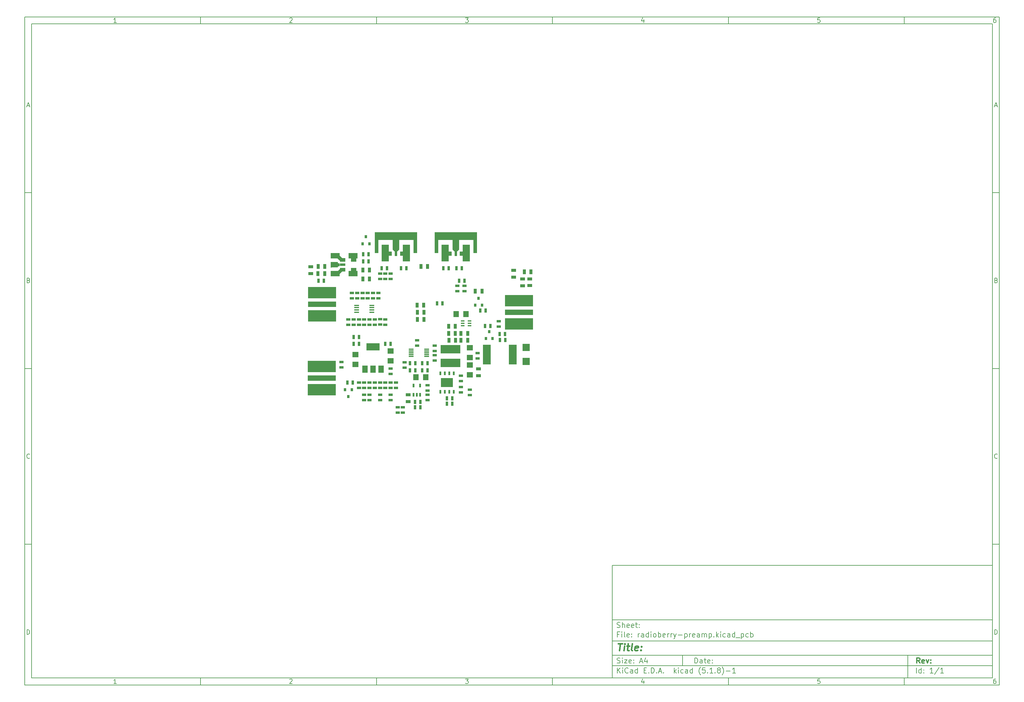
<source format=gtp>
%TF.GenerationSoftware,KiCad,Pcbnew,(5.1.8)-1*%
%TF.CreationDate,2020-12-20T16:15:32+01:00*%
%TF.ProjectId,radioberry-preamp,72616469-6f62-4657-9272-792d70726561,rev?*%
%TF.SameCoordinates,Original*%
%TF.FileFunction,Paste,Top*%
%TF.FilePolarity,Positive*%
%FSLAX46Y46*%
G04 Gerber Fmt 4.6, Leading zero omitted, Abs format (unit mm)*
G04 Created by KiCad (PCBNEW (5.1.8)-1) date 2020-12-20 16:15:32*
%MOMM*%
%LPD*%
G01*
G04 APERTURE LIST*
%ADD10C,0.100000*%
%ADD11C,0.150000*%
%ADD12C,0.300000*%
%ADD13C,0.400000*%
%ADD14R,1.143000X0.635000*%
%ADD15R,0.635000X1.143000*%
%ADD16R,2.000000X1.650000*%
%ADD17R,1.650000X1.015000*%
%ADD18R,1.650000X0.760000*%
%ADD19R,2.540000X1.650000*%
%ADD20R,1.397000X0.889000*%
%ADD21R,0.889000X1.397000*%
%ADD22R,1.500000X2.000000*%
%ADD23R,3.800000X2.000000*%
%ADD24R,1.800000X1.600000*%
%ADD25R,1.600000X1.800000*%
%ADD26R,8.000000X3.300000*%
%ADD27R,8.000000X1.600000*%
%ADD28R,1.000000X0.400000*%
%ADD29R,1.400000X0.300000*%
%ADD30R,1.350000X0.400000*%
%ADD31R,0.600000X1.050000*%
%ADD32R,3.500000X2.600000*%
%ADD33R,0.510000X1.100000*%
%ADD34R,1.900000X4.280000*%
%ADD35R,0.700000X1.400000*%
%ADD36R,0.900000X1.250000*%
%ADD37R,1.000000X4.000000*%
%ADD38R,2.000000X4.800000*%
%ADD39R,12.000000X2.200000*%
%ADD40R,0.800000X0.900000*%
%ADD41R,5.700000X2.400000*%
%ADD42R,2.300000X5.600000*%
%ADD43R,2.100000X2.000000*%
G04 APERTURE END LIST*
D10*
D11*
X177002200Y-166007200D02*
X177002200Y-198007200D01*
X285002200Y-198007200D01*
X285002200Y-166007200D01*
X177002200Y-166007200D01*
D10*
D11*
X10000000Y-10000000D02*
X10000000Y-200007200D01*
X287002200Y-200007200D01*
X287002200Y-10000000D01*
X10000000Y-10000000D01*
D10*
D11*
X12000000Y-12000000D02*
X12000000Y-198007200D01*
X285002200Y-198007200D01*
X285002200Y-12000000D01*
X12000000Y-12000000D01*
D10*
D11*
X60000000Y-12000000D02*
X60000000Y-10000000D01*
D10*
D11*
X110000000Y-12000000D02*
X110000000Y-10000000D01*
D10*
D11*
X160000000Y-12000000D02*
X160000000Y-10000000D01*
D10*
D11*
X210000000Y-12000000D02*
X210000000Y-10000000D01*
D10*
D11*
X260000000Y-12000000D02*
X260000000Y-10000000D01*
D10*
D11*
X36065476Y-11588095D02*
X35322619Y-11588095D01*
X35694047Y-11588095D02*
X35694047Y-10288095D01*
X35570238Y-10473809D01*
X35446428Y-10597619D01*
X35322619Y-10659523D01*
D10*
D11*
X85322619Y-10411904D02*
X85384523Y-10350000D01*
X85508333Y-10288095D01*
X85817857Y-10288095D01*
X85941666Y-10350000D01*
X86003571Y-10411904D01*
X86065476Y-10535714D01*
X86065476Y-10659523D01*
X86003571Y-10845238D01*
X85260714Y-11588095D01*
X86065476Y-11588095D01*
D10*
D11*
X135260714Y-10288095D02*
X136065476Y-10288095D01*
X135632142Y-10783333D01*
X135817857Y-10783333D01*
X135941666Y-10845238D01*
X136003571Y-10907142D01*
X136065476Y-11030952D01*
X136065476Y-11340476D01*
X136003571Y-11464285D01*
X135941666Y-11526190D01*
X135817857Y-11588095D01*
X135446428Y-11588095D01*
X135322619Y-11526190D01*
X135260714Y-11464285D01*
D10*
D11*
X185941666Y-10721428D02*
X185941666Y-11588095D01*
X185632142Y-10226190D02*
X185322619Y-11154761D01*
X186127380Y-11154761D01*
D10*
D11*
X236003571Y-10288095D02*
X235384523Y-10288095D01*
X235322619Y-10907142D01*
X235384523Y-10845238D01*
X235508333Y-10783333D01*
X235817857Y-10783333D01*
X235941666Y-10845238D01*
X236003571Y-10907142D01*
X236065476Y-11030952D01*
X236065476Y-11340476D01*
X236003571Y-11464285D01*
X235941666Y-11526190D01*
X235817857Y-11588095D01*
X235508333Y-11588095D01*
X235384523Y-11526190D01*
X235322619Y-11464285D01*
D10*
D11*
X285941666Y-10288095D02*
X285694047Y-10288095D01*
X285570238Y-10350000D01*
X285508333Y-10411904D01*
X285384523Y-10597619D01*
X285322619Y-10845238D01*
X285322619Y-11340476D01*
X285384523Y-11464285D01*
X285446428Y-11526190D01*
X285570238Y-11588095D01*
X285817857Y-11588095D01*
X285941666Y-11526190D01*
X286003571Y-11464285D01*
X286065476Y-11340476D01*
X286065476Y-11030952D01*
X286003571Y-10907142D01*
X285941666Y-10845238D01*
X285817857Y-10783333D01*
X285570238Y-10783333D01*
X285446428Y-10845238D01*
X285384523Y-10907142D01*
X285322619Y-11030952D01*
D10*
D11*
X60000000Y-198007200D02*
X60000000Y-200007200D01*
D10*
D11*
X110000000Y-198007200D02*
X110000000Y-200007200D01*
D10*
D11*
X160000000Y-198007200D02*
X160000000Y-200007200D01*
D10*
D11*
X210000000Y-198007200D02*
X210000000Y-200007200D01*
D10*
D11*
X260000000Y-198007200D02*
X260000000Y-200007200D01*
D10*
D11*
X36065476Y-199595295D02*
X35322619Y-199595295D01*
X35694047Y-199595295D02*
X35694047Y-198295295D01*
X35570238Y-198481009D01*
X35446428Y-198604819D01*
X35322619Y-198666723D01*
D10*
D11*
X85322619Y-198419104D02*
X85384523Y-198357200D01*
X85508333Y-198295295D01*
X85817857Y-198295295D01*
X85941666Y-198357200D01*
X86003571Y-198419104D01*
X86065476Y-198542914D01*
X86065476Y-198666723D01*
X86003571Y-198852438D01*
X85260714Y-199595295D01*
X86065476Y-199595295D01*
D10*
D11*
X135260714Y-198295295D02*
X136065476Y-198295295D01*
X135632142Y-198790533D01*
X135817857Y-198790533D01*
X135941666Y-198852438D01*
X136003571Y-198914342D01*
X136065476Y-199038152D01*
X136065476Y-199347676D01*
X136003571Y-199471485D01*
X135941666Y-199533390D01*
X135817857Y-199595295D01*
X135446428Y-199595295D01*
X135322619Y-199533390D01*
X135260714Y-199471485D01*
D10*
D11*
X185941666Y-198728628D02*
X185941666Y-199595295D01*
X185632142Y-198233390D02*
X185322619Y-199161961D01*
X186127380Y-199161961D01*
D10*
D11*
X236003571Y-198295295D02*
X235384523Y-198295295D01*
X235322619Y-198914342D01*
X235384523Y-198852438D01*
X235508333Y-198790533D01*
X235817857Y-198790533D01*
X235941666Y-198852438D01*
X236003571Y-198914342D01*
X236065476Y-199038152D01*
X236065476Y-199347676D01*
X236003571Y-199471485D01*
X235941666Y-199533390D01*
X235817857Y-199595295D01*
X235508333Y-199595295D01*
X235384523Y-199533390D01*
X235322619Y-199471485D01*
D10*
D11*
X285941666Y-198295295D02*
X285694047Y-198295295D01*
X285570238Y-198357200D01*
X285508333Y-198419104D01*
X285384523Y-198604819D01*
X285322619Y-198852438D01*
X285322619Y-199347676D01*
X285384523Y-199471485D01*
X285446428Y-199533390D01*
X285570238Y-199595295D01*
X285817857Y-199595295D01*
X285941666Y-199533390D01*
X286003571Y-199471485D01*
X286065476Y-199347676D01*
X286065476Y-199038152D01*
X286003571Y-198914342D01*
X285941666Y-198852438D01*
X285817857Y-198790533D01*
X285570238Y-198790533D01*
X285446428Y-198852438D01*
X285384523Y-198914342D01*
X285322619Y-199038152D01*
D10*
D11*
X10000000Y-60000000D02*
X12000000Y-60000000D01*
D10*
D11*
X10000000Y-110000000D02*
X12000000Y-110000000D01*
D10*
D11*
X10000000Y-160000000D02*
X12000000Y-160000000D01*
D10*
D11*
X10690476Y-35216666D02*
X11309523Y-35216666D01*
X10566666Y-35588095D02*
X11000000Y-34288095D01*
X11433333Y-35588095D01*
D10*
D11*
X11092857Y-84907142D02*
X11278571Y-84969047D01*
X11340476Y-85030952D01*
X11402380Y-85154761D01*
X11402380Y-85340476D01*
X11340476Y-85464285D01*
X11278571Y-85526190D01*
X11154761Y-85588095D01*
X10659523Y-85588095D01*
X10659523Y-84288095D01*
X11092857Y-84288095D01*
X11216666Y-84350000D01*
X11278571Y-84411904D01*
X11340476Y-84535714D01*
X11340476Y-84659523D01*
X11278571Y-84783333D01*
X11216666Y-84845238D01*
X11092857Y-84907142D01*
X10659523Y-84907142D01*
D10*
D11*
X11402380Y-135464285D02*
X11340476Y-135526190D01*
X11154761Y-135588095D01*
X11030952Y-135588095D01*
X10845238Y-135526190D01*
X10721428Y-135402380D01*
X10659523Y-135278571D01*
X10597619Y-135030952D01*
X10597619Y-134845238D01*
X10659523Y-134597619D01*
X10721428Y-134473809D01*
X10845238Y-134350000D01*
X11030952Y-134288095D01*
X11154761Y-134288095D01*
X11340476Y-134350000D01*
X11402380Y-134411904D01*
D10*
D11*
X10659523Y-185588095D02*
X10659523Y-184288095D01*
X10969047Y-184288095D01*
X11154761Y-184350000D01*
X11278571Y-184473809D01*
X11340476Y-184597619D01*
X11402380Y-184845238D01*
X11402380Y-185030952D01*
X11340476Y-185278571D01*
X11278571Y-185402380D01*
X11154761Y-185526190D01*
X10969047Y-185588095D01*
X10659523Y-185588095D01*
D10*
D11*
X287002200Y-60000000D02*
X285002200Y-60000000D01*
D10*
D11*
X287002200Y-110000000D02*
X285002200Y-110000000D01*
D10*
D11*
X287002200Y-160000000D02*
X285002200Y-160000000D01*
D10*
D11*
X285692676Y-35216666D02*
X286311723Y-35216666D01*
X285568866Y-35588095D02*
X286002200Y-34288095D01*
X286435533Y-35588095D01*
D10*
D11*
X286095057Y-84907142D02*
X286280771Y-84969047D01*
X286342676Y-85030952D01*
X286404580Y-85154761D01*
X286404580Y-85340476D01*
X286342676Y-85464285D01*
X286280771Y-85526190D01*
X286156961Y-85588095D01*
X285661723Y-85588095D01*
X285661723Y-84288095D01*
X286095057Y-84288095D01*
X286218866Y-84350000D01*
X286280771Y-84411904D01*
X286342676Y-84535714D01*
X286342676Y-84659523D01*
X286280771Y-84783333D01*
X286218866Y-84845238D01*
X286095057Y-84907142D01*
X285661723Y-84907142D01*
D10*
D11*
X286404580Y-135464285D02*
X286342676Y-135526190D01*
X286156961Y-135588095D01*
X286033152Y-135588095D01*
X285847438Y-135526190D01*
X285723628Y-135402380D01*
X285661723Y-135278571D01*
X285599819Y-135030952D01*
X285599819Y-134845238D01*
X285661723Y-134597619D01*
X285723628Y-134473809D01*
X285847438Y-134350000D01*
X286033152Y-134288095D01*
X286156961Y-134288095D01*
X286342676Y-134350000D01*
X286404580Y-134411904D01*
D10*
D11*
X285661723Y-185588095D02*
X285661723Y-184288095D01*
X285971247Y-184288095D01*
X286156961Y-184350000D01*
X286280771Y-184473809D01*
X286342676Y-184597619D01*
X286404580Y-184845238D01*
X286404580Y-185030952D01*
X286342676Y-185278571D01*
X286280771Y-185402380D01*
X286156961Y-185526190D01*
X285971247Y-185588095D01*
X285661723Y-185588095D01*
D10*
D11*
X200434342Y-193785771D02*
X200434342Y-192285771D01*
X200791485Y-192285771D01*
X201005771Y-192357200D01*
X201148628Y-192500057D01*
X201220057Y-192642914D01*
X201291485Y-192928628D01*
X201291485Y-193142914D01*
X201220057Y-193428628D01*
X201148628Y-193571485D01*
X201005771Y-193714342D01*
X200791485Y-193785771D01*
X200434342Y-193785771D01*
X202577200Y-193785771D02*
X202577200Y-193000057D01*
X202505771Y-192857200D01*
X202362914Y-192785771D01*
X202077200Y-192785771D01*
X201934342Y-192857200D01*
X202577200Y-193714342D02*
X202434342Y-193785771D01*
X202077200Y-193785771D01*
X201934342Y-193714342D01*
X201862914Y-193571485D01*
X201862914Y-193428628D01*
X201934342Y-193285771D01*
X202077200Y-193214342D01*
X202434342Y-193214342D01*
X202577200Y-193142914D01*
X203077200Y-192785771D02*
X203648628Y-192785771D01*
X203291485Y-192285771D02*
X203291485Y-193571485D01*
X203362914Y-193714342D01*
X203505771Y-193785771D01*
X203648628Y-193785771D01*
X204720057Y-193714342D02*
X204577200Y-193785771D01*
X204291485Y-193785771D01*
X204148628Y-193714342D01*
X204077200Y-193571485D01*
X204077200Y-193000057D01*
X204148628Y-192857200D01*
X204291485Y-192785771D01*
X204577200Y-192785771D01*
X204720057Y-192857200D01*
X204791485Y-193000057D01*
X204791485Y-193142914D01*
X204077200Y-193285771D01*
X205434342Y-193642914D02*
X205505771Y-193714342D01*
X205434342Y-193785771D01*
X205362914Y-193714342D01*
X205434342Y-193642914D01*
X205434342Y-193785771D01*
X205434342Y-192857200D02*
X205505771Y-192928628D01*
X205434342Y-193000057D01*
X205362914Y-192928628D01*
X205434342Y-192857200D01*
X205434342Y-193000057D01*
D10*
D11*
X177002200Y-194507200D02*
X285002200Y-194507200D01*
D10*
D11*
X178434342Y-196585771D02*
X178434342Y-195085771D01*
X179291485Y-196585771D02*
X178648628Y-195728628D01*
X179291485Y-195085771D02*
X178434342Y-195942914D01*
X179934342Y-196585771D02*
X179934342Y-195585771D01*
X179934342Y-195085771D02*
X179862914Y-195157200D01*
X179934342Y-195228628D01*
X180005771Y-195157200D01*
X179934342Y-195085771D01*
X179934342Y-195228628D01*
X181505771Y-196442914D02*
X181434342Y-196514342D01*
X181220057Y-196585771D01*
X181077200Y-196585771D01*
X180862914Y-196514342D01*
X180720057Y-196371485D01*
X180648628Y-196228628D01*
X180577200Y-195942914D01*
X180577200Y-195728628D01*
X180648628Y-195442914D01*
X180720057Y-195300057D01*
X180862914Y-195157200D01*
X181077200Y-195085771D01*
X181220057Y-195085771D01*
X181434342Y-195157200D01*
X181505771Y-195228628D01*
X182791485Y-196585771D02*
X182791485Y-195800057D01*
X182720057Y-195657200D01*
X182577200Y-195585771D01*
X182291485Y-195585771D01*
X182148628Y-195657200D01*
X182791485Y-196514342D02*
X182648628Y-196585771D01*
X182291485Y-196585771D01*
X182148628Y-196514342D01*
X182077200Y-196371485D01*
X182077200Y-196228628D01*
X182148628Y-196085771D01*
X182291485Y-196014342D01*
X182648628Y-196014342D01*
X182791485Y-195942914D01*
X184148628Y-196585771D02*
X184148628Y-195085771D01*
X184148628Y-196514342D02*
X184005771Y-196585771D01*
X183720057Y-196585771D01*
X183577200Y-196514342D01*
X183505771Y-196442914D01*
X183434342Y-196300057D01*
X183434342Y-195871485D01*
X183505771Y-195728628D01*
X183577200Y-195657200D01*
X183720057Y-195585771D01*
X184005771Y-195585771D01*
X184148628Y-195657200D01*
X186005771Y-195800057D02*
X186505771Y-195800057D01*
X186720057Y-196585771D02*
X186005771Y-196585771D01*
X186005771Y-195085771D01*
X186720057Y-195085771D01*
X187362914Y-196442914D02*
X187434342Y-196514342D01*
X187362914Y-196585771D01*
X187291485Y-196514342D01*
X187362914Y-196442914D01*
X187362914Y-196585771D01*
X188077200Y-196585771D02*
X188077200Y-195085771D01*
X188434342Y-195085771D01*
X188648628Y-195157200D01*
X188791485Y-195300057D01*
X188862914Y-195442914D01*
X188934342Y-195728628D01*
X188934342Y-195942914D01*
X188862914Y-196228628D01*
X188791485Y-196371485D01*
X188648628Y-196514342D01*
X188434342Y-196585771D01*
X188077200Y-196585771D01*
X189577200Y-196442914D02*
X189648628Y-196514342D01*
X189577200Y-196585771D01*
X189505771Y-196514342D01*
X189577200Y-196442914D01*
X189577200Y-196585771D01*
X190220057Y-196157200D02*
X190934342Y-196157200D01*
X190077200Y-196585771D02*
X190577200Y-195085771D01*
X191077200Y-196585771D01*
X191577200Y-196442914D02*
X191648628Y-196514342D01*
X191577200Y-196585771D01*
X191505771Y-196514342D01*
X191577200Y-196442914D01*
X191577200Y-196585771D01*
X194577200Y-196585771D02*
X194577200Y-195085771D01*
X194720057Y-196014342D02*
X195148628Y-196585771D01*
X195148628Y-195585771D02*
X194577200Y-196157200D01*
X195791485Y-196585771D02*
X195791485Y-195585771D01*
X195791485Y-195085771D02*
X195720057Y-195157200D01*
X195791485Y-195228628D01*
X195862914Y-195157200D01*
X195791485Y-195085771D01*
X195791485Y-195228628D01*
X197148628Y-196514342D02*
X197005771Y-196585771D01*
X196720057Y-196585771D01*
X196577200Y-196514342D01*
X196505771Y-196442914D01*
X196434342Y-196300057D01*
X196434342Y-195871485D01*
X196505771Y-195728628D01*
X196577200Y-195657200D01*
X196720057Y-195585771D01*
X197005771Y-195585771D01*
X197148628Y-195657200D01*
X198434342Y-196585771D02*
X198434342Y-195800057D01*
X198362914Y-195657200D01*
X198220057Y-195585771D01*
X197934342Y-195585771D01*
X197791485Y-195657200D01*
X198434342Y-196514342D02*
X198291485Y-196585771D01*
X197934342Y-196585771D01*
X197791485Y-196514342D01*
X197720057Y-196371485D01*
X197720057Y-196228628D01*
X197791485Y-196085771D01*
X197934342Y-196014342D01*
X198291485Y-196014342D01*
X198434342Y-195942914D01*
X199791485Y-196585771D02*
X199791485Y-195085771D01*
X199791485Y-196514342D02*
X199648628Y-196585771D01*
X199362914Y-196585771D01*
X199220057Y-196514342D01*
X199148628Y-196442914D01*
X199077200Y-196300057D01*
X199077200Y-195871485D01*
X199148628Y-195728628D01*
X199220057Y-195657200D01*
X199362914Y-195585771D01*
X199648628Y-195585771D01*
X199791485Y-195657200D01*
X202077200Y-197157200D02*
X202005771Y-197085771D01*
X201862914Y-196871485D01*
X201791485Y-196728628D01*
X201720057Y-196514342D01*
X201648628Y-196157200D01*
X201648628Y-195871485D01*
X201720057Y-195514342D01*
X201791485Y-195300057D01*
X201862914Y-195157200D01*
X202005771Y-194942914D01*
X202077200Y-194871485D01*
X203362914Y-195085771D02*
X202648628Y-195085771D01*
X202577200Y-195800057D01*
X202648628Y-195728628D01*
X202791485Y-195657200D01*
X203148628Y-195657200D01*
X203291485Y-195728628D01*
X203362914Y-195800057D01*
X203434342Y-195942914D01*
X203434342Y-196300057D01*
X203362914Y-196442914D01*
X203291485Y-196514342D01*
X203148628Y-196585771D01*
X202791485Y-196585771D01*
X202648628Y-196514342D01*
X202577200Y-196442914D01*
X204077200Y-196442914D02*
X204148628Y-196514342D01*
X204077200Y-196585771D01*
X204005771Y-196514342D01*
X204077200Y-196442914D01*
X204077200Y-196585771D01*
X205577200Y-196585771D02*
X204720057Y-196585771D01*
X205148628Y-196585771D02*
X205148628Y-195085771D01*
X205005771Y-195300057D01*
X204862914Y-195442914D01*
X204720057Y-195514342D01*
X206220057Y-196442914D02*
X206291485Y-196514342D01*
X206220057Y-196585771D01*
X206148628Y-196514342D01*
X206220057Y-196442914D01*
X206220057Y-196585771D01*
X207148628Y-195728628D02*
X207005771Y-195657200D01*
X206934342Y-195585771D01*
X206862914Y-195442914D01*
X206862914Y-195371485D01*
X206934342Y-195228628D01*
X207005771Y-195157200D01*
X207148628Y-195085771D01*
X207434342Y-195085771D01*
X207577200Y-195157200D01*
X207648628Y-195228628D01*
X207720057Y-195371485D01*
X207720057Y-195442914D01*
X207648628Y-195585771D01*
X207577200Y-195657200D01*
X207434342Y-195728628D01*
X207148628Y-195728628D01*
X207005771Y-195800057D01*
X206934342Y-195871485D01*
X206862914Y-196014342D01*
X206862914Y-196300057D01*
X206934342Y-196442914D01*
X207005771Y-196514342D01*
X207148628Y-196585771D01*
X207434342Y-196585771D01*
X207577200Y-196514342D01*
X207648628Y-196442914D01*
X207720057Y-196300057D01*
X207720057Y-196014342D01*
X207648628Y-195871485D01*
X207577200Y-195800057D01*
X207434342Y-195728628D01*
X208220057Y-197157200D02*
X208291485Y-197085771D01*
X208434342Y-196871485D01*
X208505771Y-196728628D01*
X208577200Y-196514342D01*
X208648628Y-196157200D01*
X208648628Y-195871485D01*
X208577200Y-195514342D01*
X208505771Y-195300057D01*
X208434342Y-195157200D01*
X208291485Y-194942914D01*
X208220057Y-194871485D01*
X209362914Y-196014342D02*
X210505771Y-196014342D01*
X212005771Y-196585771D02*
X211148628Y-196585771D01*
X211577200Y-196585771D02*
X211577200Y-195085771D01*
X211434342Y-195300057D01*
X211291485Y-195442914D01*
X211148628Y-195514342D01*
D10*
D11*
X177002200Y-191507200D02*
X285002200Y-191507200D01*
D10*
D12*
X264411485Y-193785771D02*
X263911485Y-193071485D01*
X263554342Y-193785771D02*
X263554342Y-192285771D01*
X264125771Y-192285771D01*
X264268628Y-192357200D01*
X264340057Y-192428628D01*
X264411485Y-192571485D01*
X264411485Y-192785771D01*
X264340057Y-192928628D01*
X264268628Y-193000057D01*
X264125771Y-193071485D01*
X263554342Y-193071485D01*
X265625771Y-193714342D02*
X265482914Y-193785771D01*
X265197200Y-193785771D01*
X265054342Y-193714342D01*
X264982914Y-193571485D01*
X264982914Y-193000057D01*
X265054342Y-192857200D01*
X265197200Y-192785771D01*
X265482914Y-192785771D01*
X265625771Y-192857200D01*
X265697200Y-193000057D01*
X265697200Y-193142914D01*
X264982914Y-193285771D01*
X266197200Y-192785771D02*
X266554342Y-193785771D01*
X266911485Y-192785771D01*
X267482914Y-193642914D02*
X267554342Y-193714342D01*
X267482914Y-193785771D01*
X267411485Y-193714342D01*
X267482914Y-193642914D01*
X267482914Y-193785771D01*
X267482914Y-192857200D02*
X267554342Y-192928628D01*
X267482914Y-193000057D01*
X267411485Y-192928628D01*
X267482914Y-192857200D01*
X267482914Y-193000057D01*
D10*
D11*
X178362914Y-193714342D02*
X178577200Y-193785771D01*
X178934342Y-193785771D01*
X179077200Y-193714342D01*
X179148628Y-193642914D01*
X179220057Y-193500057D01*
X179220057Y-193357200D01*
X179148628Y-193214342D01*
X179077200Y-193142914D01*
X178934342Y-193071485D01*
X178648628Y-193000057D01*
X178505771Y-192928628D01*
X178434342Y-192857200D01*
X178362914Y-192714342D01*
X178362914Y-192571485D01*
X178434342Y-192428628D01*
X178505771Y-192357200D01*
X178648628Y-192285771D01*
X179005771Y-192285771D01*
X179220057Y-192357200D01*
X179862914Y-193785771D02*
X179862914Y-192785771D01*
X179862914Y-192285771D02*
X179791485Y-192357200D01*
X179862914Y-192428628D01*
X179934342Y-192357200D01*
X179862914Y-192285771D01*
X179862914Y-192428628D01*
X180434342Y-192785771D02*
X181220057Y-192785771D01*
X180434342Y-193785771D01*
X181220057Y-193785771D01*
X182362914Y-193714342D02*
X182220057Y-193785771D01*
X181934342Y-193785771D01*
X181791485Y-193714342D01*
X181720057Y-193571485D01*
X181720057Y-193000057D01*
X181791485Y-192857200D01*
X181934342Y-192785771D01*
X182220057Y-192785771D01*
X182362914Y-192857200D01*
X182434342Y-193000057D01*
X182434342Y-193142914D01*
X181720057Y-193285771D01*
X183077200Y-193642914D02*
X183148628Y-193714342D01*
X183077200Y-193785771D01*
X183005771Y-193714342D01*
X183077200Y-193642914D01*
X183077200Y-193785771D01*
X183077200Y-192857200D02*
X183148628Y-192928628D01*
X183077200Y-193000057D01*
X183005771Y-192928628D01*
X183077200Y-192857200D01*
X183077200Y-193000057D01*
X184862914Y-193357200D02*
X185577200Y-193357200D01*
X184720057Y-193785771D02*
X185220057Y-192285771D01*
X185720057Y-193785771D01*
X186862914Y-192785771D02*
X186862914Y-193785771D01*
X186505771Y-192214342D02*
X186148628Y-193285771D01*
X187077200Y-193285771D01*
D10*
D11*
X263434342Y-196585771D02*
X263434342Y-195085771D01*
X264791485Y-196585771D02*
X264791485Y-195085771D01*
X264791485Y-196514342D02*
X264648628Y-196585771D01*
X264362914Y-196585771D01*
X264220057Y-196514342D01*
X264148628Y-196442914D01*
X264077200Y-196300057D01*
X264077200Y-195871485D01*
X264148628Y-195728628D01*
X264220057Y-195657200D01*
X264362914Y-195585771D01*
X264648628Y-195585771D01*
X264791485Y-195657200D01*
X265505771Y-196442914D02*
X265577200Y-196514342D01*
X265505771Y-196585771D01*
X265434342Y-196514342D01*
X265505771Y-196442914D01*
X265505771Y-196585771D01*
X265505771Y-195657200D02*
X265577200Y-195728628D01*
X265505771Y-195800057D01*
X265434342Y-195728628D01*
X265505771Y-195657200D01*
X265505771Y-195800057D01*
X268148628Y-196585771D02*
X267291485Y-196585771D01*
X267720057Y-196585771D02*
X267720057Y-195085771D01*
X267577200Y-195300057D01*
X267434342Y-195442914D01*
X267291485Y-195514342D01*
X269862914Y-195014342D02*
X268577200Y-196942914D01*
X271148628Y-196585771D02*
X270291485Y-196585771D01*
X270720057Y-196585771D02*
X270720057Y-195085771D01*
X270577200Y-195300057D01*
X270434342Y-195442914D01*
X270291485Y-195514342D01*
D10*
D11*
X177002200Y-187507200D02*
X285002200Y-187507200D01*
D10*
D13*
X178714580Y-188211961D02*
X179857438Y-188211961D01*
X179036009Y-190211961D02*
X179286009Y-188211961D01*
X180274104Y-190211961D02*
X180440771Y-188878628D01*
X180524104Y-188211961D02*
X180416961Y-188307200D01*
X180500295Y-188402438D01*
X180607438Y-188307200D01*
X180524104Y-188211961D01*
X180500295Y-188402438D01*
X181107438Y-188878628D02*
X181869342Y-188878628D01*
X181476485Y-188211961D02*
X181262200Y-189926247D01*
X181333628Y-190116723D01*
X181512200Y-190211961D01*
X181702676Y-190211961D01*
X182655057Y-190211961D02*
X182476485Y-190116723D01*
X182405057Y-189926247D01*
X182619342Y-188211961D01*
X184190771Y-190116723D02*
X183988390Y-190211961D01*
X183607438Y-190211961D01*
X183428866Y-190116723D01*
X183357438Y-189926247D01*
X183452676Y-189164342D01*
X183571723Y-188973866D01*
X183774104Y-188878628D01*
X184155057Y-188878628D01*
X184333628Y-188973866D01*
X184405057Y-189164342D01*
X184381247Y-189354819D01*
X183405057Y-189545295D01*
X185155057Y-190021485D02*
X185238390Y-190116723D01*
X185131247Y-190211961D01*
X185047914Y-190116723D01*
X185155057Y-190021485D01*
X185131247Y-190211961D01*
X185286009Y-188973866D02*
X185369342Y-189069104D01*
X185262200Y-189164342D01*
X185178866Y-189069104D01*
X185286009Y-188973866D01*
X185262200Y-189164342D01*
D10*
D11*
X178934342Y-185600057D02*
X178434342Y-185600057D01*
X178434342Y-186385771D02*
X178434342Y-184885771D01*
X179148628Y-184885771D01*
X179720057Y-186385771D02*
X179720057Y-185385771D01*
X179720057Y-184885771D02*
X179648628Y-184957200D01*
X179720057Y-185028628D01*
X179791485Y-184957200D01*
X179720057Y-184885771D01*
X179720057Y-185028628D01*
X180648628Y-186385771D02*
X180505771Y-186314342D01*
X180434342Y-186171485D01*
X180434342Y-184885771D01*
X181791485Y-186314342D02*
X181648628Y-186385771D01*
X181362914Y-186385771D01*
X181220057Y-186314342D01*
X181148628Y-186171485D01*
X181148628Y-185600057D01*
X181220057Y-185457200D01*
X181362914Y-185385771D01*
X181648628Y-185385771D01*
X181791485Y-185457200D01*
X181862914Y-185600057D01*
X181862914Y-185742914D01*
X181148628Y-185885771D01*
X182505771Y-186242914D02*
X182577200Y-186314342D01*
X182505771Y-186385771D01*
X182434342Y-186314342D01*
X182505771Y-186242914D01*
X182505771Y-186385771D01*
X182505771Y-185457200D02*
X182577200Y-185528628D01*
X182505771Y-185600057D01*
X182434342Y-185528628D01*
X182505771Y-185457200D01*
X182505771Y-185600057D01*
X184362914Y-186385771D02*
X184362914Y-185385771D01*
X184362914Y-185671485D02*
X184434342Y-185528628D01*
X184505771Y-185457200D01*
X184648628Y-185385771D01*
X184791485Y-185385771D01*
X185934342Y-186385771D02*
X185934342Y-185600057D01*
X185862914Y-185457200D01*
X185720057Y-185385771D01*
X185434342Y-185385771D01*
X185291485Y-185457200D01*
X185934342Y-186314342D02*
X185791485Y-186385771D01*
X185434342Y-186385771D01*
X185291485Y-186314342D01*
X185220057Y-186171485D01*
X185220057Y-186028628D01*
X185291485Y-185885771D01*
X185434342Y-185814342D01*
X185791485Y-185814342D01*
X185934342Y-185742914D01*
X187291485Y-186385771D02*
X187291485Y-184885771D01*
X187291485Y-186314342D02*
X187148628Y-186385771D01*
X186862914Y-186385771D01*
X186720057Y-186314342D01*
X186648628Y-186242914D01*
X186577200Y-186100057D01*
X186577200Y-185671485D01*
X186648628Y-185528628D01*
X186720057Y-185457200D01*
X186862914Y-185385771D01*
X187148628Y-185385771D01*
X187291485Y-185457200D01*
X188005771Y-186385771D02*
X188005771Y-185385771D01*
X188005771Y-184885771D02*
X187934342Y-184957200D01*
X188005771Y-185028628D01*
X188077200Y-184957200D01*
X188005771Y-184885771D01*
X188005771Y-185028628D01*
X188934342Y-186385771D02*
X188791485Y-186314342D01*
X188720057Y-186242914D01*
X188648628Y-186100057D01*
X188648628Y-185671485D01*
X188720057Y-185528628D01*
X188791485Y-185457200D01*
X188934342Y-185385771D01*
X189148628Y-185385771D01*
X189291485Y-185457200D01*
X189362914Y-185528628D01*
X189434342Y-185671485D01*
X189434342Y-186100057D01*
X189362914Y-186242914D01*
X189291485Y-186314342D01*
X189148628Y-186385771D01*
X188934342Y-186385771D01*
X190077200Y-186385771D02*
X190077200Y-184885771D01*
X190077200Y-185457200D02*
X190220057Y-185385771D01*
X190505771Y-185385771D01*
X190648628Y-185457200D01*
X190720057Y-185528628D01*
X190791485Y-185671485D01*
X190791485Y-186100057D01*
X190720057Y-186242914D01*
X190648628Y-186314342D01*
X190505771Y-186385771D01*
X190220057Y-186385771D01*
X190077200Y-186314342D01*
X192005771Y-186314342D02*
X191862914Y-186385771D01*
X191577200Y-186385771D01*
X191434342Y-186314342D01*
X191362914Y-186171485D01*
X191362914Y-185600057D01*
X191434342Y-185457200D01*
X191577200Y-185385771D01*
X191862914Y-185385771D01*
X192005771Y-185457200D01*
X192077200Y-185600057D01*
X192077200Y-185742914D01*
X191362914Y-185885771D01*
X192720057Y-186385771D02*
X192720057Y-185385771D01*
X192720057Y-185671485D02*
X192791485Y-185528628D01*
X192862914Y-185457200D01*
X193005771Y-185385771D01*
X193148628Y-185385771D01*
X193648628Y-186385771D02*
X193648628Y-185385771D01*
X193648628Y-185671485D02*
X193720057Y-185528628D01*
X193791485Y-185457200D01*
X193934342Y-185385771D01*
X194077200Y-185385771D01*
X194434342Y-185385771D02*
X194791485Y-186385771D01*
X195148628Y-185385771D02*
X194791485Y-186385771D01*
X194648628Y-186742914D01*
X194577200Y-186814342D01*
X194434342Y-186885771D01*
X195720057Y-185814342D02*
X196862914Y-185814342D01*
X197577200Y-185385771D02*
X197577200Y-186885771D01*
X197577200Y-185457200D02*
X197720057Y-185385771D01*
X198005771Y-185385771D01*
X198148628Y-185457200D01*
X198220057Y-185528628D01*
X198291485Y-185671485D01*
X198291485Y-186100057D01*
X198220057Y-186242914D01*
X198148628Y-186314342D01*
X198005771Y-186385771D01*
X197720057Y-186385771D01*
X197577200Y-186314342D01*
X198934342Y-186385771D02*
X198934342Y-185385771D01*
X198934342Y-185671485D02*
X199005771Y-185528628D01*
X199077200Y-185457200D01*
X199220057Y-185385771D01*
X199362914Y-185385771D01*
X200434342Y-186314342D02*
X200291485Y-186385771D01*
X200005771Y-186385771D01*
X199862914Y-186314342D01*
X199791485Y-186171485D01*
X199791485Y-185600057D01*
X199862914Y-185457200D01*
X200005771Y-185385771D01*
X200291485Y-185385771D01*
X200434342Y-185457200D01*
X200505771Y-185600057D01*
X200505771Y-185742914D01*
X199791485Y-185885771D01*
X201791485Y-186385771D02*
X201791485Y-185600057D01*
X201720057Y-185457200D01*
X201577200Y-185385771D01*
X201291485Y-185385771D01*
X201148628Y-185457200D01*
X201791485Y-186314342D02*
X201648628Y-186385771D01*
X201291485Y-186385771D01*
X201148628Y-186314342D01*
X201077200Y-186171485D01*
X201077200Y-186028628D01*
X201148628Y-185885771D01*
X201291485Y-185814342D01*
X201648628Y-185814342D01*
X201791485Y-185742914D01*
X202505771Y-186385771D02*
X202505771Y-185385771D01*
X202505771Y-185528628D02*
X202577200Y-185457200D01*
X202720057Y-185385771D01*
X202934342Y-185385771D01*
X203077200Y-185457200D01*
X203148628Y-185600057D01*
X203148628Y-186385771D01*
X203148628Y-185600057D02*
X203220057Y-185457200D01*
X203362914Y-185385771D01*
X203577200Y-185385771D01*
X203720057Y-185457200D01*
X203791485Y-185600057D01*
X203791485Y-186385771D01*
X204505771Y-185385771D02*
X204505771Y-186885771D01*
X204505771Y-185457200D02*
X204648628Y-185385771D01*
X204934342Y-185385771D01*
X205077200Y-185457200D01*
X205148628Y-185528628D01*
X205220057Y-185671485D01*
X205220057Y-186100057D01*
X205148628Y-186242914D01*
X205077200Y-186314342D01*
X204934342Y-186385771D01*
X204648628Y-186385771D01*
X204505771Y-186314342D01*
X205862914Y-186242914D02*
X205934342Y-186314342D01*
X205862914Y-186385771D01*
X205791485Y-186314342D01*
X205862914Y-186242914D01*
X205862914Y-186385771D01*
X206577200Y-186385771D02*
X206577200Y-184885771D01*
X206720057Y-185814342D02*
X207148628Y-186385771D01*
X207148628Y-185385771D02*
X206577200Y-185957200D01*
X207791485Y-186385771D02*
X207791485Y-185385771D01*
X207791485Y-184885771D02*
X207720057Y-184957200D01*
X207791485Y-185028628D01*
X207862914Y-184957200D01*
X207791485Y-184885771D01*
X207791485Y-185028628D01*
X209148628Y-186314342D02*
X209005771Y-186385771D01*
X208720057Y-186385771D01*
X208577200Y-186314342D01*
X208505771Y-186242914D01*
X208434342Y-186100057D01*
X208434342Y-185671485D01*
X208505771Y-185528628D01*
X208577200Y-185457200D01*
X208720057Y-185385771D01*
X209005771Y-185385771D01*
X209148628Y-185457200D01*
X210434342Y-186385771D02*
X210434342Y-185600057D01*
X210362914Y-185457200D01*
X210220057Y-185385771D01*
X209934342Y-185385771D01*
X209791485Y-185457200D01*
X210434342Y-186314342D02*
X210291485Y-186385771D01*
X209934342Y-186385771D01*
X209791485Y-186314342D01*
X209720057Y-186171485D01*
X209720057Y-186028628D01*
X209791485Y-185885771D01*
X209934342Y-185814342D01*
X210291485Y-185814342D01*
X210434342Y-185742914D01*
X211791485Y-186385771D02*
X211791485Y-184885771D01*
X211791485Y-186314342D02*
X211648628Y-186385771D01*
X211362914Y-186385771D01*
X211220057Y-186314342D01*
X211148628Y-186242914D01*
X211077200Y-186100057D01*
X211077200Y-185671485D01*
X211148628Y-185528628D01*
X211220057Y-185457200D01*
X211362914Y-185385771D01*
X211648628Y-185385771D01*
X211791485Y-185457200D01*
X212148628Y-186528628D02*
X213291485Y-186528628D01*
X213648628Y-185385771D02*
X213648628Y-186885771D01*
X213648628Y-185457200D02*
X213791485Y-185385771D01*
X214077200Y-185385771D01*
X214220057Y-185457200D01*
X214291485Y-185528628D01*
X214362914Y-185671485D01*
X214362914Y-186100057D01*
X214291485Y-186242914D01*
X214220057Y-186314342D01*
X214077200Y-186385771D01*
X213791485Y-186385771D01*
X213648628Y-186314342D01*
X215648628Y-186314342D02*
X215505771Y-186385771D01*
X215220057Y-186385771D01*
X215077200Y-186314342D01*
X215005771Y-186242914D01*
X214934342Y-186100057D01*
X214934342Y-185671485D01*
X215005771Y-185528628D01*
X215077200Y-185457200D01*
X215220057Y-185385771D01*
X215505771Y-185385771D01*
X215648628Y-185457200D01*
X216291485Y-186385771D02*
X216291485Y-184885771D01*
X216291485Y-185457200D02*
X216434342Y-185385771D01*
X216720057Y-185385771D01*
X216862914Y-185457200D01*
X216934342Y-185528628D01*
X217005771Y-185671485D01*
X217005771Y-186100057D01*
X216934342Y-186242914D01*
X216862914Y-186314342D01*
X216720057Y-186385771D01*
X216434342Y-186385771D01*
X216291485Y-186314342D01*
D10*
D11*
X177002200Y-181507200D02*
X285002200Y-181507200D01*
D10*
D11*
X178362914Y-183614342D02*
X178577200Y-183685771D01*
X178934342Y-183685771D01*
X179077200Y-183614342D01*
X179148628Y-183542914D01*
X179220057Y-183400057D01*
X179220057Y-183257200D01*
X179148628Y-183114342D01*
X179077200Y-183042914D01*
X178934342Y-182971485D01*
X178648628Y-182900057D01*
X178505771Y-182828628D01*
X178434342Y-182757200D01*
X178362914Y-182614342D01*
X178362914Y-182471485D01*
X178434342Y-182328628D01*
X178505771Y-182257200D01*
X178648628Y-182185771D01*
X179005771Y-182185771D01*
X179220057Y-182257200D01*
X179862914Y-183685771D02*
X179862914Y-182185771D01*
X180505771Y-183685771D02*
X180505771Y-182900057D01*
X180434342Y-182757200D01*
X180291485Y-182685771D01*
X180077200Y-182685771D01*
X179934342Y-182757200D01*
X179862914Y-182828628D01*
X181791485Y-183614342D02*
X181648628Y-183685771D01*
X181362914Y-183685771D01*
X181220057Y-183614342D01*
X181148628Y-183471485D01*
X181148628Y-182900057D01*
X181220057Y-182757200D01*
X181362914Y-182685771D01*
X181648628Y-182685771D01*
X181791485Y-182757200D01*
X181862914Y-182900057D01*
X181862914Y-183042914D01*
X181148628Y-183185771D01*
X183077200Y-183614342D02*
X182934342Y-183685771D01*
X182648628Y-183685771D01*
X182505771Y-183614342D01*
X182434342Y-183471485D01*
X182434342Y-182900057D01*
X182505771Y-182757200D01*
X182648628Y-182685771D01*
X182934342Y-182685771D01*
X183077200Y-182757200D01*
X183148628Y-182900057D01*
X183148628Y-183042914D01*
X182434342Y-183185771D01*
X183577200Y-182685771D02*
X184148628Y-182685771D01*
X183791485Y-182185771D02*
X183791485Y-183471485D01*
X183862914Y-183614342D01*
X184005771Y-183685771D01*
X184148628Y-183685771D01*
X184648628Y-183542914D02*
X184720057Y-183614342D01*
X184648628Y-183685771D01*
X184577200Y-183614342D01*
X184648628Y-183542914D01*
X184648628Y-183685771D01*
X184648628Y-182757200D02*
X184720057Y-182828628D01*
X184648628Y-182900057D01*
X184577200Y-182828628D01*
X184648628Y-182757200D01*
X184648628Y-182900057D01*
D10*
D11*
X197002200Y-191507200D02*
X197002200Y-194507200D01*
D10*
D11*
X261002200Y-191507200D02*
X261002200Y-198007200D01*
D14*
%TO.C,C123*%
X144700000Y-96576000D03*
X144700000Y-98100000D03*
%TD*%
D15*
%TO.C,C122*%
X146500000Y-100200000D03*
X144976000Y-100200000D03*
%TD*%
%TO.C,C121*%
X146562000Y-101900000D03*
X145038000Y-101900000D03*
%TD*%
D14*
%TO.C,C120*%
X138700000Y-107100000D03*
X138700000Y-105576000D03*
%TD*%
D15*
%TO.C,C119*%
X142362000Y-97900000D03*
X140838000Y-97900000D03*
%TD*%
D16*
%TO.C,T302*%
X97990000Y-80500000D03*
D10*
G36*
X100237107Y-78595000D02*
G01*
X99530000Y-79302107D01*
X98822893Y-78595000D01*
X99530000Y-77887893D01*
X100237107Y-78595000D01*
G37*
G36*
X100237107Y-82405000D02*
G01*
X99530000Y-83112107D01*
X98822893Y-82405000D01*
X99530000Y-81697893D01*
X100237107Y-82405000D01*
G37*
D17*
X100350000Y-79102500D03*
D18*
X100350000Y-80500000D03*
D17*
X100350000Y-81897500D03*
X103530000Y-79102500D03*
X103530000Y-81897500D03*
D19*
X98260000Y-77960000D03*
D10*
G36*
X99530000Y-80880000D02*
G01*
X96990000Y-81330000D01*
X96990000Y-79670000D01*
X99530000Y-80120000D01*
X99530000Y-80880000D01*
G37*
D19*
X98260000Y-83040000D03*
X103340000Y-77960000D03*
X103340000Y-83040000D03*
%TD*%
D14*
%TO.C,J207*%
X117500000Y-122524000D03*
X117500000Y-121000000D03*
%TD*%
D15*
%TO.C,J206*%
X122500000Y-119500000D03*
X120976000Y-119500000D03*
%TD*%
D14*
%TO.C,J205*%
X116000000Y-122524000D03*
X116000000Y-121000000D03*
%TD*%
D15*
%TO.C,J204*%
X122500000Y-121000000D03*
X120976000Y-121000000D03*
%TD*%
D20*
%TO.C,R302*%
X153500000Y-84500000D03*
X153500000Y-86405000D03*
%TD*%
D21*
%TO.C,R301*%
X152000000Y-82500000D03*
X153905000Y-82500000D03*
%TD*%
D20*
%TO.C,C302*%
X151500000Y-86452500D03*
X151500000Y-84547500D03*
%TD*%
%TO.C,C301*%
X149000000Y-82095000D03*
X149000000Y-84000000D03*
%TD*%
D22*
%TO.C,IC101*%
X106700000Y-110150063D03*
X109000000Y-110150063D03*
X111300001Y-110150063D03*
D23*
X109000000Y-103850062D03*
%TD*%
D24*
%TO.C,C118*%
X104000000Y-108800000D03*
X104000000Y-106000000D03*
%TD*%
D15*
%TO.C,C117*%
X103476000Y-101000000D03*
X105000000Y-101000000D03*
%TD*%
%TO.C,C116*%
X114000000Y-103000000D03*
X112476000Y-103000000D03*
%TD*%
%TO.C,C115*%
X103500000Y-103000000D03*
X105024000Y-103000000D03*
%TD*%
D14*
%TO.C,C114*%
X114000000Y-111524000D03*
X114000000Y-110000000D03*
%TD*%
D24*
%TO.C,C113*%
X114000000Y-105000000D03*
X114000000Y-107800000D03*
%TD*%
D21*
%TO.C,R310*%
X95300000Y-81000000D03*
X93395000Y-81000000D03*
%TD*%
D20*
%TO.C,R309*%
X91300000Y-83000000D03*
X91300000Y-81095000D03*
%TD*%
D21*
%TO.C,R307*%
X93347500Y-83000000D03*
X95252500Y-83000000D03*
%TD*%
D15*
%TO.C,C202*%
X106238000Y-77500000D03*
X107762000Y-77500000D03*
%TD*%
D20*
%TO.C,C111*%
X119000000Y-119405000D03*
X119000000Y-117500000D03*
%TD*%
D25*
%TO.C,C110*%
X124000000Y-112500000D03*
X121200000Y-112500000D03*
%TD*%
D21*
%TO.C,C109*%
X135905000Y-102000000D03*
X134000000Y-102000000D03*
%TD*%
%TO.C,C108*%
X135905000Y-100000000D03*
X134000000Y-100000000D03*
%TD*%
%TO.C,C107*%
X130500000Y-98000000D03*
X132405000Y-98000000D03*
%TD*%
%TO.C,C106*%
X130500000Y-100000000D03*
X132405000Y-100000000D03*
%TD*%
%TO.C,C105*%
X130547500Y-102000000D03*
X132452500Y-102000000D03*
%TD*%
D20*
%TO.C,C103*%
X139000000Y-110095000D03*
X139000000Y-112000000D03*
%TD*%
D24*
%TO.C,C102*%
X136500000Y-109000000D03*
X136500000Y-111800000D03*
%TD*%
%TO.C,C101*%
X136500000Y-106900000D03*
X136500000Y-104100000D03*
%TD*%
D26*
%TO.C,RF303*%
X94500000Y-88400000D03*
X94500000Y-88400000D03*
X94500000Y-95000000D03*
D27*
X94500000Y-91700000D03*
%TD*%
D26*
%TO.C,RF302*%
X150500000Y-97300000D03*
X150500000Y-97300000D03*
X150500000Y-90700000D03*
D27*
X150500000Y-94000000D03*
%TD*%
D26*
%TO.C,RF301*%
X94400000Y-109400000D03*
X94400000Y-109400000D03*
X94400000Y-116000000D03*
D27*
X94400000Y-112700000D03*
%TD*%
D28*
%TO.C,U301*%
X136450000Y-96500000D03*
X136450000Y-97150000D03*
X136450000Y-97800000D03*
X134500000Y-97800000D03*
X134500000Y-97150000D03*
X134500000Y-96500000D03*
%TD*%
D29*
%TO.C,U202*%
X119800000Y-106500000D03*
X124200000Y-106500000D03*
X119800000Y-106000000D03*
X124200000Y-106000000D03*
X119800000Y-105500000D03*
X124200000Y-105500000D03*
X119800000Y-105000000D03*
X124200000Y-105000000D03*
X119800000Y-104500000D03*
X124200000Y-104500000D03*
%TD*%
D30*
%TO.C,U201*%
X108650000Y-92025000D03*
X104350000Y-92025000D03*
X108650000Y-92675000D03*
X104350000Y-92675000D03*
X108650000Y-93325000D03*
X104350000Y-93325000D03*
X108650000Y-93975000D03*
X104350000Y-93975000D03*
%TD*%
D31*
%TO.C,U102*%
X120500000Y-114800000D03*
X122400000Y-114800000D03*
X122400000Y-117500000D03*
X121450000Y-117500000D03*
X120500000Y-117500000D03*
%TD*%
D32*
%TO.C,U101*%
X130000000Y-114000000D03*
D33*
X131905000Y-116650000D03*
X131905000Y-111350000D03*
X130635000Y-116650000D03*
X130635000Y-111350000D03*
X129365000Y-116650000D03*
X129365000Y-111350000D03*
X128095000Y-116650000D03*
X128095000Y-111350000D03*
%TD*%
D21*
%TO.C,R312*%
X106095000Y-82000000D03*
X108000000Y-82000000D03*
%TD*%
D15*
%TO.C,R311*%
X129000000Y-81500000D03*
X130524000Y-81500000D03*
%TD*%
D21*
%TO.C,R306*%
X106095000Y-84500000D03*
X108000000Y-84500000D03*
%TD*%
D15*
%TO.C,R304*%
X111476000Y-81500000D03*
X113000000Y-81500000D03*
%TD*%
D25*
%TO.C,R303*%
X135400000Y-94500000D03*
X132600000Y-94500000D03*
%TD*%
D14*
%TO.C,R221*%
X108000000Y-119024000D03*
X108000000Y-117500000D03*
%TD*%
%TO.C,R220*%
X106500000Y-119024000D03*
X106500000Y-117500000D03*
%TD*%
D15*
%TO.C,R219*%
X103262000Y-114000000D03*
X101738000Y-114000000D03*
%TD*%
D14*
%TO.C,R218*%
X106500000Y-114000000D03*
X106500000Y-115524000D03*
%TD*%
%TO.C,R217*%
X108000000Y-113976000D03*
X108000000Y-115500000D03*
%TD*%
D15*
%TO.C,R216*%
X139476000Y-93500000D03*
X141000000Y-93500000D03*
%TD*%
D14*
%TO.C,R215*%
X126500000Y-105024000D03*
X126500000Y-103500000D03*
%TD*%
D15*
%TO.C,R214*%
X119476000Y-108500000D03*
X121000000Y-108500000D03*
%TD*%
D14*
%TO.C,R213*%
X126500000Y-107762000D03*
X126500000Y-106238000D03*
%TD*%
%TO.C,R212*%
X118000000Y-109762000D03*
X118000000Y-108238000D03*
%TD*%
D15*
%TO.C,R211*%
X122976000Y-108500000D03*
X124500000Y-108500000D03*
%TD*%
%TO.C,R210*%
X121024000Y-110500000D03*
X119500000Y-110500000D03*
%TD*%
D14*
%TO.C,R209*%
X108000000Y-96000000D03*
X108000000Y-97524000D03*
%TD*%
%TO.C,R208*%
X112500000Y-96000000D03*
X112500000Y-97524000D03*
%TD*%
%TO.C,R207*%
X111000000Y-119024000D03*
X111000000Y-117500000D03*
%TD*%
%TO.C,R206*%
X109000000Y-90024000D03*
X109000000Y-88500000D03*
%TD*%
%TO.C,R205*%
X110500000Y-88500000D03*
X110500000Y-90024000D03*
%TD*%
%TO.C,R204*%
X114000000Y-119024000D03*
X114000000Y-117500000D03*
%TD*%
%TO.C,R203*%
X103000000Y-90000000D03*
X103000000Y-88476000D03*
%TD*%
%TO.C,R202*%
X114000000Y-114000000D03*
X114000000Y-115524000D03*
%TD*%
%TO.C,R201*%
X111000000Y-113976000D03*
X111000000Y-115500000D03*
%TD*%
%TO.C,R104*%
X124500000Y-116262000D03*
X124500000Y-114738000D03*
%TD*%
%TO.C,R103*%
X134000000Y-116762000D03*
X134000000Y-115238000D03*
%TD*%
%TO.C,R102*%
X134000000Y-113524000D03*
X134000000Y-112000000D03*
%TD*%
D15*
%TO.C,R101*%
X130000000Y-118500000D03*
X131524000Y-118500000D03*
%TD*%
D34*
%TO.C,Q302*%
X132500000Y-74000000D03*
D10*
G36*
X133450000Y-76137500D02*
G01*
X132925000Y-76662500D01*
X132075000Y-76662500D01*
X131550000Y-76137500D01*
X133450000Y-76137500D01*
G37*
D35*
X132500000Y-77300000D03*
D36*
X130900000Y-77300000D03*
D37*
X138000000Y-75200000D03*
X127000000Y-75200000D03*
D38*
X135500000Y-77200000D03*
X129500000Y-77200000D03*
D36*
X134100000Y-77300000D03*
D39*
X132500000Y-72300000D03*
%TD*%
%TO.C,Q301*%
X115500000Y-72300000D03*
D36*
X117100000Y-77300000D03*
D38*
X112500000Y-77200000D03*
X118500000Y-77200000D03*
D37*
X110000000Y-75200000D03*
X121000000Y-75200000D03*
D36*
X113900000Y-77300000D03*
D35*
X115500000Y-77300000D03*
D10*
G36*
X116450000Y-76137500D02*
G01*
X115925000Y-76662500D01*
X115075000Y-76662500D01*
X114550000Y-76137500D01*
X116450000Y-76137500D01*
G37*
D34*
X115500000Y-74000000D03*
%TD*%
D40*
%TO.C,Q203*%
X101050000Y-116000000D03*
X102000000Y-118000000D03*
X102950000Y-116000000D03*
%TD*%
%TO.C,Q202*%
X139950000Y-92000000D03*
X139000000Y-90000000D03*
X138050000Y-92000000D03*
%TD*%
%TO.C,Q201*%
X107950000Y-74500000D03*
X107000000Y-72500000D03*
X106050000Y-74500000D03*
%TD*%
%TO.C,Q101*%
X142950000Y-101500000D03*
X142000000Y-99500000D03*
X141050000Y-101500000D03*
%TD*%
D41*
%TO.C,L101*%
X131000000Y-108400000D03*
X131000000Y-104500000D03*
%TD*%
D14*
%TO.C,J302*%
X135000000Y-88024000D03*
X135000000Y-86500000D03*
%TD*%
%TO.C,J301*%
X112500000Y-84524000D03*
X112500000Y-83000000D03*
%TD*%
%TO.C,J203*%
X105000000Y-97524000D03*
X105000000Y-96000000D03*
%TD*%
%TO.C,J202*%
X109500000Y-97524000D03*
X109500000Y-96000000D03*
%TD*%
%TO.C,J201*%
X106000000Y-88500000D03*
X106000000Y-90024000D03*
%TD*%
%TO.C,FB201*%
X103500000Y-96000000D03*
X103500000Y-97524000D03*
%TD*%
%TO.C,FB102*%
X124500000Y-117500000D03*
X124500000Y-119024000D03*
%TD*%
D15*
%TO.C,FB101*%
X130000000Y-120000000D03*
X131524000Y-120000000D03*
%TD*%
D42*
%TO.C,F101*%
X148700000Y-106000000D03*
X141300000Y-106000000D03*
%TD*%
D43*
%TO.C,D101*%
X152500000Y-107980000D03*
X152500000Y-104020000D03*
%TD*%
D21*
%TO.C,C312*%
X124500000Y-80952500D03*
X122595000Y-80952500D03*
%TD*%
%TO.C,C310*%
X138047500Y-88000000D03*
X139952500Y-88000000D03*
%TD*%
%TO.C,C309*%
X121595000Y-96000000D03*
X123500000Y-96000000D03*
%TD*%
%TO.C,C308*%
X121595000Y-94000000D03*
X123500000Y-94000000D03*
%TD*%
%TO.C,C307*%
X121500000Y-92000000D03*
X123405000Y-92000000D03*
%TD*%
D14*
%TO.C,C211*%
X105000000Y-114000000D03*
X105000000Y-115524000D03*
%TD*%
%TO.C,C210*%
X109500000Y-114000000D03*
X109500000Y-115524000D03*
%TD*%
%TO.C,C208*%
X106500000Y-97524000D03*
X106500000Y-96000000D03*
%TD*%
%TO.C,C207*%
X111000000Y-97500000D03*
X111000000Y-95976000D03*
%TD*%
%TO.C,C205*%
X115500000Y-113976000D03*
X115500000Y-115500000D03*
%TD*%
%TO.C,C204*%
X112500000Y-114000000D03*
X112500000Y-115524000D03*
%TD*%
%TO.C,C203*%
X107500000Y-88500000D03*
X107500000Y-90024000D03*
%TD*%
%TO.C,C201*%
X104500000Y-88500000D03*
X104500000Y-90024000D03*
%TD*%
D15*
%TO.C,C112*%
X124500000Y-110500000D03*
X122976000Y-110500000D03*
%TD*%
D14*
%TO.C,C104*%
X136500000Y-117524000D03*
X136500000Y-116000000D03*
%TD*%
%TO.C,C323*%
X133000000Y-86500000D03*
X133000000Y-88024000D03*
%TD*%
D15*
%TO.C,C322*%
X133476000Y-85000000D03*
X135000000Y-85000000D03*
%TD*%
%TO.C,C321*%
X132738000Y-81500000D03*
X134262000Y-81500000D03*
%TD*%
D14*
%TO.C,C320*%
X114000000Y-84500000D03*
X114000000Y-82976000D03*
%TD*%
D15*
%TO.C,C318*%
X95062000Y-85000000D03*
X93538000Y-85000000D03*
%TD*%
D14*
%TO.C,C313*%
X111000000Y-84524000D03*
X111000000Y-83000000D03*
%TD*%
D15*
%TO.C,C319*%
X127238000Y-91500000D03*
X128762000Y-91500000D03*
%TD*%
%TO.C,C311*%
X116976000Y-81500000D03*
X118500000Y-81500000D03*
%TD*%
D14*
%TO.C,C304*%
X100000000Y-109662000D03*
X100000000Y-108138000D03*
%TD*%
D15*
%TO.C,C303*%
X107762000Y-79500000D03*
X106238000Y-79500000D03*
%TD*%
D14*
%TO.C,C209*%
X121500000Y-102000000D03*
X121500000Y-103524000D03*
%TD*%
%TO.C,C206*%
X102000000Y-97524000D03*
X102000000Y-96000000D03*
%TD*%
M02*

</source>
